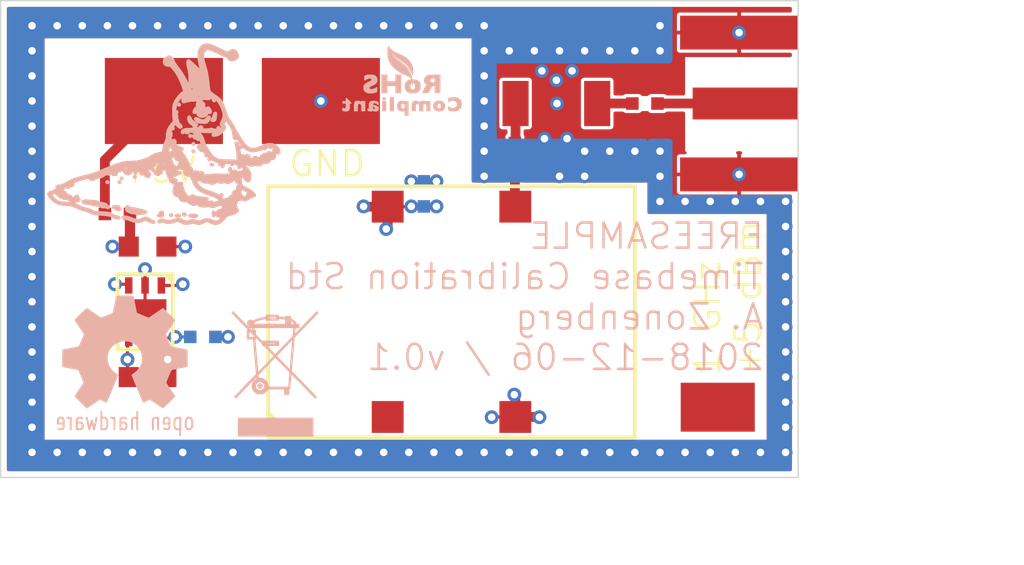
<source format=kicad_pcb>
(kicad_pcb (version 20171130) (host pcbnew "(6.0.0-rc1-dev-1178-g62e2fe8bb)")
  (layers (0 F.Cu signal) (1 In1.Cu signal) (2 In2.Cu signal) (31 B.Cu signal) (34 B.Paste user) (35 F.Paste user) (36 B.SilkS user) (37 F.SilkS user) (38 B.Mask user) (39 F.Mask user) (44 Edge.Cuts user))
  (net 0 "")
  (net 1 /GND)
  (net 2 /5V0)
  (net 3 "Net-(C2-Pad2)")
  (net 4 /3V3)
  (net 5 "Net-(C6-Pad2)")
  (net 6 /CLK_DC)
  (net 7 /CLK_AC)
  (net 8 /CLK_OUT)
  (net 9 /5V0_RAW)
  (module azonenberg_pcb:OSC_CRYSTEK_CCSO-914X3 (layer F.Cu) (at 45.2 31.9)
    (fp_text reference U2 hide)
    (fp_text value CCSO-914X3-1000)
    (pad 2 smd rect (at 2.54 4.19) (size 1.27 1.27) (layers F.Cu F.Paste F.Mask) (net 1 /GND))
    (pad 1 smd rect (at -2.54 4.19) (size 1.27 1.27) (layers F.Cu F.Paste F.Mask))
    (pad 3 smd rect (at 2.54 -4.19) (size 1.27 1.27) (layers F.Cu F.Paste F.Mask) (net 6 /CLK_DC))
    (pad 4 smd rect (at -2.54 -4.19) (size 1.27 1.27) (layers F.Cu F.Paste F.Mask) (net 4 /3V3))
  )
  (module azonenberg_pcb:DFN_6_0.65MM_2x2MM (layer F.Cu) (at 33 31.9 180)
    (fp_text reference U1 hide)
    (fp_text value MIC5305-3.3YML-TR hide)
    (pad PAD smd rect (at 0 0 180) (size 1.7 1) (layers F.Cu F.Paste F.Mask) (net 1 /GND))
    (pad 6 smd rect (at -0.65 -1.05 180) (size 0.3 0.65) (layers F.Cu F.Paste F.Mask) (net 3 "Net-(C2-Pad2)"))
    (pad 5 smd rect (at 0 -1.05 180) (size 0.3 0.65) (layers F.Cu F.Paste F.Mask))
    (pad 4 smd rect (at 0.65 -1.05 180) (size 0.3 0.65) (layers F.Cu F.Paste F.Mask) (net 4 /3V3))
    (pad 3 smd rect (at 0.65 1.05 180) (size 0.3 0.65) (layers F.Cu F.Paste F.Mask) (net 2 /5V0))
    (pad 2 smd rect (at 0 1.05 180) (size 0.3 0.65) (layers F.Cu F.Paste F.Mask) (net 1 /GND))
    (pad 1 smd rect (at -0.65 1.05 180) (size 0.3 0.65) (layers F.Cu F.Paste F.Mask) (net 2 /5V0))
  )
  (module azonenberg_pcb:FILTER_MINICIRCUITS_LFCN (layer F.Cu) (at 49.375 23.6)
    (fp_text reference FL1 hide)
    (fp_text value LFCN-1000 hide)
    (pad 4 smd rect (at 0 0.928) (size 0.61 1.245) (layers F.Cu F.Paste F.Mask) (net 1 /GND))
    (pad 2 smd rect (at 0 -0.928) (size 0.61 1.245) (layers F.Cu F.Paste F.Mask) (net 1 /GND))
    (pad 3 smd rect (at 1.625 0) (size 1.04 1.8) (layers F.Cu F.Paste F.Mask) (net 5 "Net-(C6-Pad2)"))
    (pad 1 smd rect (at -1.625 0) (size 1.04 1.8) (layers F.Cu F.Paste F.Mask) (net 7 /CLK_AC))
  )
  (module azonenberg_pcb:EIA_0402_CAP_NOSILK (layer F.Cu) (at 31.9 28 180)
    (fp_text reference L1 hide)
    (fp_text value "600R @ 100 MHz" hide)
    (pad 2 smd rect (at 0.5 0 180) (size 0.5 0.5) (layers F.Cu F.Paste F.Mask) (net 9 /5V0_RAW))
    (pad 1 smd rect (at -0.5 0 180) (size 0.5 0.5) (layers F.Cu F.Paste F.Mask) (net 2 /5V0))
  )
  (module azonenberg_pcb:TESTPOINT_SMT_KEYSTONE_5016 (layer F.Cu) (at 40 23.5)
    (fp_text reference J3 hide)
    (fp_text value CONN_01X01 hide)
    (pad 1 smd rect (at 0 0) (size 4.7 3.43) (layers F.Cu F.Paste F.Mask) (net 1 /GND))
  )
  (module azonenberg_pcb:CONN_SMA_EDGE_SAMTEC_SMA_J_P_H_ST_EM1 (layer F.Cu) (at 59 23.6 90)
    (fp_text reference J2 hide)
    (fp_text value SMA)
    (pad 2 smd rect (at -2.825 -2.35 90) (size 1.35 4.7) (layers F.Cu F.Paste F.Mask) (net 1 /GND))
    (pad 2 smd rect (at 2.825 -2.35 90) (size 1.35 4.7) (layers F.Cu F.Paste F.Mask) (net 1 /GND))
    (pad 1 smd rect (at 0 -2.1 90) (size 1.27 4.2) (layers F.Cu F.Paste F.Mask) (net 8 /CLK_OUT))
  )
  (module azonenberg_pcb:TESTPOINT_SMT_KEYSTONE_5016 (layer F.Cu) (at 33.75 23.5)
    (fp_text reference J1 hide)
    (fp_text value CONN_01X01 hide)
    (pad 1 smd rect (at 0 0) (size 4.7 3.43) (layers F.Cu F.Paste F.Mask) (net 9 /5V0_RAW))
  )
  (module azonenberg_pcb:EIA_0402_CAP_NOSILK (layer F.Cu) (at 52.9 23.6 180)
    (fp_text reference C6 hide)
    (fp_text value "1000 pF NP0" hide)
    (pad 2 smd rect (at 0.5 0 180) (size 0.5 0.5) (layers F.Cu F.Paste F.Mask) (net 5 "Net-(C6-Pad2)"))
    (pad 1 smd rect (at -0.5 0 180) (size 0.5 0.5) (layers F.Cu F.Paste F.Mask) (net 8 /CLK_OUT))
  )
  (module azonenberg_pcb:EIA_0402_CAP_NOSILK (layer F.Cu) (at 47.725 25.675 270)
    (fp_text reference C5 hide)
    (fp_text value "1000 pF NP0" hide)
    (pad 2 smd rect (at 0.5 0 270) (size 0.5 0.5) (layers F.Cu F.Paste F.Mask) (net 6 /CLK_DC))
    (pad 1 smd rect (at -0.5 0 270) (size 0.5 0.5) (layers F.Cu F.Paste F.Mask) (net 7 /CLK_AC))
  )
  (module azonenberg_pcb:EIA_0402_CAP_NOSILK (layer B.Cu) (at 44.1 27.2 90)
    (fp_text reference C4 hide)
    (fp_text value "0.47 uF" hide)
    (pad 2 smd rect (at 0.5 0 90) (size 0.5 0.5) (layers B.Cu B.Paste B.Mask) (net 1 /GND))
    (pad 1 smd rect (at -0.5 0 90) (size 0.5 0.5) (layers B.Cu B.Paste B.Mask) (net 4 /3V3))
  )
  (module azonenberg_pcb:EIA_0603_CAP_NOSILK (layer F.Cu) (at 33.1 34.5)
    (fp_text reference C3 hide)
    (fp_text value "4.7 uF" hide)
    (pad 2 smd rect (at 0.75 0) (size 0.8 0.8) (layers F.Cu F.Paste F.Mask) (net 1 /GND))
    (pad 1 smd rect (at -0.75 0) (size 0.8 0.8) (layers F.Cu F.Paste F.Mask) (net 4 /3V3))
  )
  (module azonenberg_pcb:EIA_0402_CAP_NOSILK (layer B.Cu) (at 35.3 32.9 180)
    (fp_text reference C2 hide)
    (fp_text value "0.1 uF" hide)
    (pad 2 smd rect (at 0.5 0 180) (size 0.5 0.5) (layers B.Cu B.Paste B.Mask) (net 3 "Net-(C2-Pad2)"))
    (pad 1 smd rect (at -0.5 0 180) (size 0.5 0.5) (layers B.Cu B.Paste B.Mask) (net 1 /GND))
  )
  (module azonenberg_pcb:EIA_0603_CAP_NOSILK (layer F.Cu) (at 33.1 29.3)
    (fp_text reference C1 hide)
    (fp_text value "4.7 uF" hide)
    (pad 2 smd rect (at 0.75 0) (size 0.8 0.8) (layers F.Cu F.Paste F.Mask) (net 1 /GND))
    (pad 1 smd rect (at -0.75 0) (size 0.8 0.8) (layers F.Cu F.Paste F.Mask) (net 2 /5V0))
  )
  (module azonenberg_pcb:LONGTHING-1200DPI (layer B.Cu) (at 33.2 25.2 180)
    (fp_text reference G*** hide)
    (fp_text value LOGO hide)
  )
  (module w_logo:Logo_silk_ROHS_5x2.8mm (layer B.Cu) (at 43.2 22.7 180)
    (fp_text reference G*** hide)
    (fp_text value LOGO hide)
  )
  (module w_logo:Logo_silk_WEEE_3.4x5mm (layer B.Cu) (at 38.2 34.4 180)
    (fp_text reference G*** hide)
    (fp_text value LOGO hide)
  )
  (module w_logo:Logo_silk_OSHW_6x6mm (layer B.Cu) (at 32.2 33.5 180)
    (fp_text reference G*** hide)
    (fp_text value LOGO hide)
  )
  (module azonenberg_pcb:SERIALNUM_MOLEX_0916580020 (layer F.Cu) (at 55.8 35.7)
    (fp_text reference REF** hide)
    (fp_text value SERIALNUM_MOLEX_0916580020)
    (pad 1 smd rect (at 0 0) (size 2.95 1.95) (layers F.Cu F.Paste F.Mask))
  )
  (gr_text "1 GHz\n+5 dBm" (at 56.2 34.5 90) (layer F.SilkS) (effects (font (size 1 1) (thickness 0.1)) (justify left)))
  (gr_text "FREESAMPLE\nTimebase Calibration Std\nA. Zonenberg\n2018-12-06 / v0.1" (at 57.7 31.3) (layer B.SilkS) (effects (font (size 1 1) (thickness 0.1)) (justify left mirror)))
  (gr_line (start 59 19.5) (end 27.25 19.5) (layer Edge.Cuts) (width 0.05))
  (gr_line (start 59 38.5) (end 59 19.5) (layer Edge.Cuts) (width 0.05))
  (gr_line (start 27.25 38.5) (end 59 38.5) (layer Edge.Cuts) (width 0.05))
  (gr_line (start 27.25 19.5) (end 27.25 38.5) (layer Edge.Cuts) (width 0.05))
  (gr_text +5V (at 33.5 26.25) (layer F.SilkS) (effects (font (size 1 1) (thickness 0.1))))
  (gr_text GND (at 40.25 26) (layer F.SilkS) (effects (font (size 1 1) (thickness 0.1))))
  (via (at 33 30.2) (size 0.55) (drill 0.3) (layers F.Cu B.Cu) (net 1))
  (segment (start 33 30.85) (end 33 30.2) (width 0.125) (layer F.Cu) (net 1))
  (via (at 34.6 29.3) (size 0.55) (drill 0.3) (layers F.Cu B.Cu) (net 1))
  (segment (start 34.6 29.3) (end 33.85 29.3) (width 0.125) (layer F.Cu) (net 1))
  (segment (start 33 30.85) (end 33 31.9) (width 0.125) (layer F.Cu) (net 1))
  (via (at 36.3 32.9) (size 0.55) (drill 0.3) (layers F.Cu B.Cu) (net 1))
  (segment (start 35.8 32.9) (end 36.3 32.9) (width 0.125) (layer B.Cu) (net 1))
  (via (at 46.8 36.1) (size 0.55) (drill 0.3) (layers F.Cu B.Cu) (net 1))
  (segment (start 46.81 36.09) (end 46.8 36.1) (width 0.125) (layer F.Cu) (net 1))
  (segment (start 47.74 36.09) (end 46.81 36.09) (width 0.125) (layer F.Cu) (net 1))
  (via (at 33.9 33.8) (size 0.55) (drill 0.3) (layers F.Cu B.Cu) (net 1))
  (segment (start 33.85 33.85) (end 33.9 33.8) (width 0.125) (layer F.Cu) (net 1))
  (segment (start 33.85 34.5) (end 33.85 33.85) (width 0.125) (layer F.Cu) (net 1))
  (via (at 46.5 20.5) (size 0.55) (drill 0.3) (layers F.Cu B.Cu) (net 1))
  (via (at 45.5 20.5) (size 0.55) (drill 0.3) (layers F.Cu B.Cu) (net 1))
  (segment (start 46.5 20.5) (end 45.5 20.5) (width 0.41) (layer B.Cu) (net 1))
  (via (at 44.5 20.5) (size 0.55) (drill 0.3) (layers F.Cu B.Cu) (net 1))
  (segment (start 45.5 20.5) (end 44.5 20.5) (width 0.41) (layer F.Cu) (net 1))
  (via (at 43.5 20.5) (size 0.55) (drill 0.3) (layers F.Cu B.Cu) (net 1))
  (segment (start 44.5 20.5) (end 43.5 20.5) (width 0.41) (layer B.Cu) (net 1))
  (via (at 42.5 20.5) (size 0.55) (drill 0.3) (layers F.Cu B.Cu) (net 1))
  (segment (start 43.5 20.5) (end 42.5 20.5) (width 0.41) (layer F.Cu) (net 1))
  (via (at 41.5 20.5) (size 0.55) (drill 0.3) (layers F.Cu B.Cu) (net 1))
  (segment (start 42.5 20.5) (end 41.5 20.5) (width 0.41) (layer B.Cu) (net 1))
  (via (at 40.5 20.5) (size 0.55) (drill 0.3) (layers F.Cu B.Cu) (net 1))
  (segment (start 41.5 20.5) (end 40.5 20.5) (width 0.41) (layer F.Cu) (net 1))
  (via (at 39.5 20.5) (size 0.55) (drill 0.3) (layers F.Cu B.Cu) (net 1))
  (segment (start 40.5 20.5) (end 39.5 20.5) (width 0.41) (layer B.Cu) (net 1))
  (via (at 38.5 20.5) (size 0.55) (drill 0.3) (layers F.Cu B.Cu) (net 1))
  (segment (start 39.5 20.5) (end 38.5 20.5) (width 0.41) (layer F.Cu) (net 1))
  (via (at 37.5 20.5) (size 0.55) (drill 0.3) (layers F.Cu B.Cu) (net 1))
  (segment (start 38.5 20.5) (end 37.5 20.5) (width 0.41) (layer B.Cu) (net 1))
  (via (at 36.5 20.5) (size 0.55) (drill 0.3) (layers F.Cu B.Cu) (net 1))
  (segment (start 37.5 20.5) (end 36.5 20.5) (width 0.41) (layer F.Cu) (net 1))
  (via (at 35.5 20.5) (size 0.55) (drill 0.3) (layers F.Cu B.Cu) (net 1))
  (segment (start 36.5 20.5) (end 35.5 20.5) (width 0.41) (layer B.Cu) (net 1))
  (via (at 34.5 20.5) (size 0.55) (drill 0.3) (layers F.Cu B.Cu) (net 1))
  (segment (start 35.5 20.5) (end 34.5 20.5) (width 0.41) (layer F.Cu) (net 1))
  (via (at 33.5 20.5) (size 0.55) (drill 0.3) (layers F.Cu B.Cu) (net 1))
  (segment (start 34.5 20.5) (end 33.5 20.5) (width 0.41) (layer B.Cu) (net 1))
  (via (at 32.5 20.5) (size 0.55) (drill 0.3) (layers F.Cu B.Cu) (net 1))
  (segment (start 33.5 20.5) (end 32.5 20.5) (width 0.41) (layer F.Cu) (net 1))
  (via (at 31.5 20.5) (size 0.55) (drill 0.3) (layers F.Cu B.Cu) (net 1))
  (segment (start 32.5 20.5) (end 31.5 20.5) (width 0.41) (layer B.Cu) (net 1))
  (via (at 30.5 20.5) (size 0.55) (drill 0.3) (layers F.Cu B.Cu) (net 1))
  (segment (start 31.5 20.5) (end 30.5 20.5) (width 0.41) (layer F.Cu) (net 1))
  (via (at 29.5 20.5) (size 0.55) (drill 0.3) (layers F.Cu B.Cu) (net 1))
  (segment (start 30.5 20.5) (end 29.5 20.5) (width 0.41) (layer B.Cu) (net 1))
  (via (at 28.5 20.5) (size 0.55) (drill 0.3) (layers F.Cu B.Cu) (net 1))
  (segment (start 29.5 20.5) (end 28.5 20.5) (width 0.41) (layer F.Cu) (net 1))
  (via (at 28.5 21.5) (size 0.55) (drill 0.3) (layers F.Cu B.Cu) (net 1))
  (segment (start 28.5 20.5) (end 28.5 21.5) (width 0.41) (layer B.Cu) (net 1))
  (via (at 28.5 22.5) (size 0.55) (drill 0.3) (layers F.Cu B.Cu) (net 1))
  (segment (start 28.5 21.5) (end 28.5 22.5) (width 0.41) (layer F.Cu) (net 1))
  (via (at 28.5 23.5) (size 0.55) (drill 0.3) (layers F.Cu B.Cu) (net 1))
  (segment (start 28.5 22.5) (end 28.5 23.5) (width 0.41) (layer B.Cu) (net 1))
  (via (at 28.5 24.5) (size 0.55) (drill 0.3) (layers F.Cu B.Cu) (net 1))
  (segment (start 28.5 23.5) (end 28.5 24.5) (width 0.41) (layer F.Cu) (net 1))
  (via (at 28.5 25.5) (size 0.55) (drill 0.3) (layers F.Cu B.Cu) (net 1))
  (segment (start 28.5 24.5) (end 28.5 25.5) (width 0.41) (layer B.Cu) (net 1))
  (via (at 28.5 26.5) (size 0.55) (drill 0.3) (layers F.Cu B.Cu) (net 1))
  (segment (start 28.5 25.5) (end 28.5 26.5) (width 0.41) (layer F.Cu) (net 1))
  (via (at 28.5 27.5) (size 0.55) (drill 0.3) (layers F.Cu B.Cu) (net 1))
  (segment (start 28.5 26.5) (end 28.5 27.5) (width 0.41) (layer B.Cu) (net 1))
  (via (at 28.5 28.5) (size 0.55) (drill 0.3) (layers F.Cu B.Cu) (net 1))
  (segment (start 28.5 27.5) (end 28.5 28.5) (width 0.41) (layer F.Cu) (net 1))
  (via (at 28.5 29.5) (size 0.55) (drill 0.3) (layers F.Cu B.Cu) (net 1))
  (segment (start 28.5 28.5) (end 28.5 29.5) (width 0.41) (layer B.Cu) (net 1))
  (via (at 28.5 30.5) (size 0.55) (drill 0.3) (layers F.Cu B.Cu) (net 1))
  (segment (start 28.5 29.5) (end 28.5 30.5) (width 0.41) (layer F.Cu) (net 1))
  (via (at 28.5 31.5) (size 0.55) (drill 0.3) (layers F.Cu B.Cu) (net 1))
  (segment (start 28.5 30.5) (end 28.5 31.5) (width 0.41) (layer B.Cu) (net 1))
  (via (at 28.5 32.5) (size 0.55) (drill 0.3) (layers F.Cu B.Cu) (net 1))
  (segment (start 28.5 31.5) (end 28.5 32.5) (width 0.41) (layer F.Cu) (net 1))
  (via (at 28.5 33.5) (size 0.55) (drill 0.3) (layers F.Cu B.Cu) (net 1))
  (segment (start 28.5 32.5) (end 28.5 33.5) (width 0.41) (layer B.Cu) (net 1))
  (via (at 28.5 34.5) (size 0.55) (drill 0.3) (layers F.Cu B.Cu) (net 1))
  (segment (start 28.5 33.5) (end 28.5 34.5) (width 0.41) (layer F.Cu) (net 1))
  (via (at 28.5 35.5) (size 0.55) (drill 0.3) (layers F.Cu B.Cu) (net 1))
  (segment (start 28.5 34.5) (end 28.5 35.5) (width 0.41) (layer B.Cu) (net 1))
  (via (at 28.5 36.5) (size 0.55) (drill 0.3) (layers F.Cu B.Cu) (net 1))
  (segment (start 28.5 35.5) (end 28.5 36.5) (width 0.41) (layer F.Cu) (net 1))
  (via (at 28.5 37.5) (size 0.55) (drill 0.3) (layers F.Cu B.Cu) (net 1))
  (segment (start 28.5 36.5) (end 28.5 37.5) (width 0.41) (layer B.Cu) (net 1))
  (via (at 29.5 37.5) (size 0.55) (drill 0.3) (layers F.Cu B.Cu) (net 1))
  (segment (start 28.5 37.5) (end 29.5 37.5) (width 0.41) (layer F.Cu) (net 1))
  (via (at 30.5 37.5) (size 0.55) (drill 0.3) (layers F.Cu B.Cu) (net 1))
  (segment (start 29.5 37.5) (end 30.5 37.5) (width 0.41) (layer B.Cu) (net 1))
  (via (at 31.5 37.5) (size 0.55) (drill 0.3) (layers F.Cu B.Cu) (net 1))
  (segment (start 30.5 37.5) (end 31.5 37.5) (width 0.41) (layer F.Cu) (net 1))
  (via (at 32.5 37.5) (size 0.55) (drill 0.3) (layers F.Cu B.Cu) (net 1))
  (segment (start 31.5 37.5) (end 32.5 37.5) (width 0.41) (layer B.Cu) (net 1))
  (via (at 33.5 37.5) (size 0.55) (drill 0.3) (layers F.Cu B.Cu) (net 1))
  (segment (start 32.5 37.5) (end 33.5 37.5) (width 0.41) (layer F.Cu) (net 1))
  (via (at 34.5 37.5) (size 0.55) (drill 0.3) (layers F.Cu B.Cu) (net 1))
  (segment (start 33.5 37.5) (end 34.5 37.5) (width 0.41) (layer B.Cu) (net 1))
  (via (at 35.5 37.5) (size 0.55) (drill 0.3) (layers F.Cu B.Cu) (net 1))
  (segment (start 34.5 37.5) (end 35.5 37.5) (width 0.41) (layer F.Cu) (net 1))
  (via (at 36.5 37.5) (size 0.55) (drill 0.3) (layers F.Cu B.Cu) (net 1))
  (segment (start 35.5 37.5) (end 36.5 37.5) (width 0.41) (layer B.Cu) (net 1))
  (via (at 37.5 37.5) (size 0.55) (drill 0.3) (layers F.Cu B.Cu) (net 1))
  (segment (start 36.5 37.5) (end 37.5 37.5) (width 0.41) (layer F.Cu) (net 1))
  (via (at 38.5 37.5) (size 0.55) (drill 0.3) (layers F.Cu B.Cu) (net 1))
  (segment (start 37.5 37.5) (end 38.5 37.5) (width 0.41) (layer B.Cu) (net 1))
  (via (at 39.5 37.5) (size 0.55) (drill 0.3) (layers F.Cu B.Cu) (net 1))
  (segment (start 38.5 37.5) (end 39.5 37.5) (width 0.41) (layer F.Cu) (net 1))
  (via (at 40.5 37.5) (size 0.55) (drill 0.3) (layers F.Cu B.Cu) (net 1))
  (segment (start 39.5 37.5) (end 40.5 37.5) (width 0.41) (layer B.Cu) (net 1))
  (via (at 41.5 37.5) (size 0.55) (drill 0.3) (layers F.Cu B.Cu) (net 1))
  (segment (start 40.5 37.5) (end 41.5 37.5) (width 0.41) (layer F.Cu) (net 1))
  (via (at 42.5 37.5) (size 0.55) (drill 0.3) (layers F.Cu B.Cu) (net 1))
  (segment (start 41.5 37.5) (end 42.5 37.5) (width 0.41) (layer B.Cu) (net 1))
  (via (at 43.5 37.5) (size 0.55) (drill 0.3) (layers F.Cu B.Cu) (net 1))
  (segment (start 42.5 37.5) (end 43.5 37.5) (width 0.41) (layer F.Cu) (net 1))
  (via (at 44.5 37.5) (size 0.55) (drill 0.3) (layers F.Cu B.Cu) (net 1))
  (segment (start 43.5 37.5) (end 44.5 37.5) (width 0.41) (layer B.Cu) (net 1))
  (via (at 45.5 37.5) (size 0.55) (drill 0.3) (layers F.Cu B.Cu) (net 1))
  (segment (start 44.5 37.5) (end 45.5 37.5) (width 0.41) (layer F.Cu) (net 1))
  (via (at 46.5 37.5) (size 0.55) (drill 0.3) (layers F.Cu B.Cu) (net 1))
  (segment (start 45.5 37.5) (end 46.5 37.5) (width 0.41) (layer B.Cu) (net 1))
  (via (at 47.5 37.5) (size 0.55) (drill 0.3) (layers F.Cu B.Cu) (net 1))
  (segment (start 46.5 37.5) (end 47.5 37.5) (width 0.41) (layer F.Cu) (net 1))
  (via (at 48.5 37.5) (size 0.55) (drill 0.3) (layers F.Cu B.Cu) (net 1))
  (segment (start 47.5 37.5) (end 48.5 37.5) (width 0.41) (layer B.Cu) (net 1))
  (via (at 49.5 37.5) (size 0.55) (drill 0.3) (layers F.Cu B.Cu) (net 1))
  (segment (start 48.5 37.5) (end 49.5 37.5) (width 0.41) (layer F.Cu) (net 1))
  (via (at 50.5 37.5) (size 0.55) (drill 0.3) (layers F.Cu B.Cu) (net 1))
  (segment (start 49.5 37.5) (end 50.5 37.5) (width 0.41) (layer B.Cu) (net 1))
  (via (at 51.5 37.5) (size 0.55) (drill 0.3) (layers F.Cu B.Cu) (net 1))
  (segment (start 50.5 37.5) (end 51.5 37.5) (width 0.41) (layer F.Cu) (net 1))
  (via (at 52.5 37.5) (size 0.55) (drill 0.3) (layers F.Cu B.Cu) (net 1))
  (segment (start 51.5 37.5) (end 52.5 37.5) (width 0.41) (layer B.Cu) (net 1))
  (via (at 53.5 37.5) (size 0.55) (drill 0.3) (layers F.Cu B.Cu) (net 1))
  (segment (start 52.5 37.5) (end 53.5 37.5) (width 0.41) (layer F.Cu) (net 1))
  (via (at 54.5 37.5) (size 0.55) (drill 0.3) (layers F.Cu B.Cu) (net 1))
  (segment (start 53.5 37.5) (end 54.5 37.5) (width 0.41) (layer B.Cu) (net 1))
  (via (at 55.5 37.5) (size 0.55) (drill 0.3) (layers F.Cu B.Cu) (net 1))
  (segment (start 54.5 37.5) (end 55.5 37.5) (width 0.41) (layer F.Cu) (net 1))
  (via (at 56.5 37.5) (size 0.55) (drill 0.3) (layers F.Cu B.Cu) (net 1))
  (segment (start 55.5 37.5) (end 56.5 37.5) (width 0.41) (layer B.Cu) (net 1))
  (via (at 57.5 37.5) (size 0.55) (drill 0.3) (layers F.Cu B.Cu) (net 1))
  (segment (start 56.5 37.5) (end 57.5 37.5) (width 0.41) (layer F.Cu) (net 1))
  (via (at 58.5 37.5) (size 0.55) (drill 0.3) (layers F.Cu B.Cu) (net 1))
  (segment (start 57.5 37.5) (end 58.5 37.5) (width 0.41) (layer B.Cu) (net 1))
  (via (at 58.5 36.5) (size 0.55) (drill 0.3) (layers F.Cu B.Cu) (net 1))
  (segment (start 58.5 37.5) (end 58.5 36.5) (width 0.41) (layer F.Cu) (net 1))
  (via (at 58.5 35.5) (size 0.55) (drill 0.3) (layers F.Cu B.Cu) (net 1))
  (segment (start 58.5 36.5) (end 58.5 35.5) (width 0.41) (layer B.Cu) (net 1))
  (via (at 58.5 34.5) (size 0.55) (drill 0.3) (layers F.Cu B.Cu) (net 1))
  (segment (start 58.5 35.5) (end 58.5 34.5) (width 0.41) (layer F.Cu) (net 1))
  (via (at 58.5 33.5) (size 0.55) (drill 0.3) (layers F.Cu B.Cu) (net 1))
  (segment (start 58.5 34.5) (end 58.5 33.5) (width 0.41) (layer B.Cu) (net 1))
  (via (at 58.5 32.5) (size 0.55) (drill 0.3) (layers F.Cu B.Cu) (net 1))
  (segment (start 58.5 33.5) (end 58.5 32.5) (width 0.41) (layer F.Cu) (net 1))
  (via (at 58.5 31.5) (size 0.55) (drill 0.3) (layers F.Cu B.Cu) (net 1))
  (segment (start 58.5 32.5) (end 58.5 31.5) (width 0.41) (layer B.Cu) (net 1))
  (via (at 58.5 30.5) (size 0.55) (drill 0.3) (layers F.Cu B.Cu) (net 1))
  (segment (start 58.5 31.5) (end 58.5 30.5) (width 0.41) (layer F.Cu) (net 1))
  (via (at 58.5 29.5) (size 0.55) (drill 0.3) (layers F.Cu B.Cu) (net 1))
  (segment (start 58.5 30.5) (end 58.5 29.5) (width 0.41) (layer B.Cu) (net 1))
  (via (at 58.5 28.5) (size 0.55) (drill 0.3) (layers F.Cu B.Cu) (net 1))
  (segment (start 58.5 29.5) (end 58.5 28.5) (width 0.41) (layer F.Cu) (net 1))
  (via (at 58.5 27.5) (size 0.55) (drill 0.3) (layers F.Cu B.Cu) (net 1))
  (segment (start 58.5 28.5) (end 58.5 27.5) (width 0.41) (layer B.Cu) (net 1))
  (via (at 57.5 27.5) (size 0.55) (drill 0.3) (layers F.Cu B.Cu) (net 1))
  (segment (start 58.5 27.5) (end 57.5 27.5) (width 0.41) (layer F.Cu) (net 1))
  (via (at 56.5 27.5) (size 0.55) (drill 0.3) (layers F.Cu B.Cu) (net 1))
  (segment (start 57.5 27.5) (end 56.5 27.5) (width 0.41) (layer B.Cu) (net 1))
  (via (at 55.5 27.5) (size 0.55) (drill 0.3) (layers F.Cu B.Cu) (net 1))
  (segment (start 56.5 27.5) (end 55.5 27.5) (width 0.41) (layer F.Cu) (net 1))
  (via (at 54.5 27.5) (size 0.55) (drill 0.3) (layers F.Cu B.Cu) (net 1))
  (segment (start 55.5 27.5) (end 54.5 27.5) (width 0.41) (layer B.Cu) (net 1))
  (via (at 53.5 27.5) (size 0.55) (drill 0.3) (layers F.Cu B.Cu) (net 1))
  (segment (start 54.5 27.5) (end 53.5 27.5) (width 0.41) (layer F.Cu) (net 1))
  (via (at 53.5 26.5) (size 0.55) (drill 0.3) (layers F.Cu B.Cu) (net 1))
  (segment (start 53.5 27.5) (end 53.5 26.5) (width 0.41) (layer B.Cu) (net 1))
  (via (at 53.5 25.5) (size 0.55) (drill 0.3) (layers F.Cu B.Cu) (net 1))
  (segment (start 53.5 26.5) (end 53.5 25.5) (width 0.41) (layer F.Cu) (net 1))
  (via (at 52.5 25.5) (size 0.55) (drill 0.3) (layers F.Cu B.Cu) (net 1))
  (segment (start 53.5 25.5) (end 52.5 25.5) (width 0.41) (layer B.Cu) (net 1))
  (via (at 51.5 25.5) (size 0.55) (drill 0.3) (layers F.Cu B.Cu) (net 1))
  (segment (start 52.5 25.5) (end 51.5 25.5) (width 0.41) (layer F.Cu) (net 1))
  (via (at 50.5 25.5) (size 0.55) (drill 0.3) (layers F.Cu B.Cu) (net 1))
  (segment (start 51.5 25.5) (end 50.5 25.5) (width 0.41) (layer B.Cu) (net 1))
  (via (at 49.5 21.5) (size 0.55) (drill 0.3) (layers F.Cu B.Cu) (net 1))
  (via (at 48.5 21.5) (size 0.55) (drill 0.3) (layers F.Cu B.Cu) (net 1))
  (segment (start 49.5 21.5) (end 48.5 21.5) (width 0.41) (layer F.Cu) (net 1))
  (via (at 47.5 21.5) (size 0.55) (drill 0.3) (layers F.Cu B.Cu) (net 1))
  (segment (start 48.5 21.5) (end 47.5 21.5) (width 0.41) (layer B.Cu) (net 1))
  (via (at 46.5 21.5) (size 0.55) (drill 0.3) (layers F.Cu B.Cu) (net 1))
  (segment (start 47.5 21.5) (end 46.5 21.5) (width 0.41) (layer F.Cu) (net 1))
  (via (at 46.5 22.5) (size 0.55) (drill 0.3) (layers F.Cu B.Cu) (net 1))
  (segment (start 46.5 21.5) (end 46.5 22.5) (width 0.41) (layer B.Cu) (net 1))
  (via (at 46.5 23.5) (size 0.55) (drill 0.3) (layers F.Cu B.Cu) (net 1))
  (segment (start 46.5 22.5) (end 46.5 23.5) (width 0.41) (layer F.Cu) (net 1))
  (via (at 46.5 24.5) (size 0.55) (drill 0.3) (layers F.Cu B.Cu) (net 1))
  (segment (start 46.5 23.5) (end 46.5 24.5) (width 0.41) (layer B.Cu) (net 1))
  (via (at 46.5 25.5) (size 0.55) (drill 0.3) (layers F.Cu B.Cu) (net 1))
  (segment (start 46.5 24.5) (end 46.5 25.5) (width 0.41) (layer F.Cu) (net 1))
  (via (at 46.5 26.5) (size 0.55) (drill 0.3) (layers F.Cu B.Cu) (net 1))
  (segment (start 46.5 25.5) (end 46.5 26.5) (width 0.41) (layer B.Cu) (net 1))
  (via (at 50.5 26.5) (size 0.55) (drill 0.3) (layers F.Cu B.Cu) (net 1))
  (segment (start 50.5 25.5) (end 50.5 26.5) (width 0.41) (layer F.Cu) (net 1))
  (via (at 49.5 26.5) (size 0.55) (drill 0.3) (layers F.Cu B.Cu) (net 1))
  (segment (start 50.5 26.5) (end 49.5 26.5) (width 0.41) (layer B.Cu) (net 1))
  (via (at 48.8 22.3) (size 0.55) (drill 0.3) (layers F.Cu B.Cu) (net 1))
  (via (at 50 22.3) (size 0.55) (drill 0.3) (layers F.Cu B.Cu) (net 1))
  (segment (start 49.628 22.672) (end 50 22.3) (width 0.41) (layer F.Cu) (net 1))
  (segment (start 49.375 22.672) (end 49.628 22.672) (width 0.41) (layer F.Cu) (net 1))
  (via (at 49.375 22.672) (size 0.55) (drill 0.3) (layers F.Cu B.Cu) (net 1))
  (via (at 49.4 23.6) (size 0.55) (drill 0.3) (layers F.Cu B.Cu) (net 1))
  (segment (start 49.4 24.503) (end 49.375 24.528) (width 0.41) (layer F.Cu) (net 1))
  (segment (start 49.4 23.6) (end 49.4 24.503) (width 0.41) (layer F.Cu) (net 1))
  (via (at 48.9 25) (size 0.55) (drill 0.3) (layers F.Cu B.Cu) (net 1))
  (via (at 49.8 25) (size 0.55) (drill 0.3) (layers F.Cu B.Cu) (net 1))
  (segment (start 49.375 24.575) (end 49.8 25) (width 0.41) (layer F.Cu) (net 1))
  (segment (start 49.375 24.528) (end 49.375 24.575) (width 0.41) (layer F.Cu) (net 1))
  (segment (start 49.375 23.575) (end 49.4 23.6) (width 0.41) (layer F.Cu) (net 1))
  (segment (start 49.375 22.672) (end 49.375 23.575) (width 0.41) (layer F.Cu) (net 1))
  (segment (start 46.5 21.5) (end 46.5 20.5) (width 0.41) (layer F.Cu) (net 1))
  (via (at 53.5 21.5) (size 0.55) (drill 0.3) (layers F.Cu B.Cu) (net 1))
  (segment (start 50.5 21.5) (end 49.5 21.5) (width 0.41) (layer B.Cu) (net 1))
  (via (at 50.5 21.5) (size 0.55) (drill 0.3) (layers F.Cu B.Cu) (net 1))
  (via (at 53.5 20.5) (size 0.55) (drill 0.3) (layers F.Cu B.Cu) (net 1))
  (segment (start 53.5 21.5) (end 53.5 20.5) (width 0.41) (layer F.Cu) (net 1))
  (via (at 56.65 20.775) (size 0.55) (drill 0.3) (layers F.Cu B.Cu) (net 1))
  (via (at 56.65 26.425) (size 0.55) (drill 0.3) (layers F.Cu B.Cu) (net 1))
  (via (at 48.7 36.1) (size 0.55) (drill 0.3) (layers F.Cu B.Cu) (net 1))
  (segment (start 48.69 36.09) (end 48.7 36.1) (width 0.39) (layer F.Cu) (net 1))
  (segment (start 47.74 36.09) (end 48.69 36.09) (width 0.39) (layer F.Cu) (net 1))
  (via (at 47.7 35.2) (size 0.55) (drill 0.3) (layers F.Cu B.Cu) (net 1))
  (segment (start 47.74 35.24) (end 47.7 35.2) (width 0.39) (layer F.Cu) (net 1))
  (segment (start 47.74 36.09) (end 47.74 35.24) (width 0.39) (layer F.Cu) (net 1))
  (via (at 51.5 21.5) (size 0.55) (drill 0.3) (layers F.Cu B.Cu) (net 1))
  (segment (start 50.5 21.5) (end 51.5 21.5) (width 0.125) (layer B.Cu) (net 1))
  (via (at 52.5 21.5) (size 0.55) (drill 0.3) (layers F.Cu B.Cu) (net 1))
  (segment (start 51.5 21.5) (end 52.5 21.5) (width 0.125) (layer F.Cu) (net 1))
  (segment (start 52.5 21.5) (end 53.5 21.5) (width 0.125) (layer B.Cu) (net 1))
  (via (at 43.6 26.7) (size 0.55) (drill 0.3) (layers F.Cu B.Cu) (net 1))
  (segment (start 44.1 26.7) (end 43.6 26.7) (width 0.125) (layer B.Cu) (net 1))
  (via (at 44.6 26.7) (size 0.55) (drill 0.3) (layers F.Cu B.Cu) (net 1))
  (segment (start 44.6 26.7) (end 44.1 26.7) (width 0.125) (layer B.Cu) (net 1))
  (via (at 40 23.5) (size 0.55) (drill 0.3) (layers F.Cu B.Cu) (net 1))
  (segment (start 32.4 29.25) (end 32.35 29.3) (width 0.41) (layer F.Cu) (net 2))
  (segment (start 32.4 28) (end 32.4 29.25) (width 0.41) (layer F.Cu) (net 2))
  (via (at 31.7 29.3) (size 0.55) (drill 0.3) (layers F.Cu B.Cu) (net 2))
  (segment (start 32.35 29.3) (end 31.7 29.3) (width 0.125) (layer F.Cu) (net 2))
  (via (at 31.8 30.8) (size 0.55) (drill 0.3) (layers F.Cu B.Cu) (net 2))
  (segment (start 32.3 30.8) (end 32.35 30.85) (width 0.125) (layer F.Cu) (net 2))
  (segment (start 31.8 30.8) (end 32.3 30.8) (width 0.125) (layer F.Cu) (net 2))
  (via (at 34.5 30.8) (size 0.55) (drill 0.3) (layers F.Cu B.Cu) (net 2))
  (segment (start 34.45 30.85) (end 34.5 30.8) (width 0.125) (layer F.Cu) (net 2))
  (segment (start 33.65 30.85) (end 34.45 30.85) (width 0.125) (layer F.Cu) (net 2))
  (via (at 34.2 32.9) (size 0.55) (drill 0.3) (layers F.Cu B.Cu) (net 3))
  (segment (start 34.15 32.95) (end 34.2 32.9) (width 0.125) (layer F.Cu) (net 3))
  (segment (start 33.65 32.95) (end 34.15 32.95) (width 0.125) (layer F.Cu) (net 3))
  (segment (start 34.8 32.9) (end 34.2 32.9) (width 0.125) (layer B.Cu) (net 3))
  (via (at 43.6 27.7) (size 0.55) (drill 0.3) (layers F.Cu B.Cu) (net 4))
  (segment (start 43.59 27.71) (end 43.6 27.7) (width 0.125) (layer F.Cu) (net 4))
  (segment (start 42.66 27.71) (end 43.59 27.71) (width 0.125) (layer F.Cu) (net 4))
  (segment (start 43.6 27.7) (end 44 27.7) (width 0.125) (layer B.Cu) (net 4))
  (via (at 32.3 33.8) (size 0.55) (drill 0.3) (layers F.Cu B.Cu) (net 4))
  (segment (start 32.3 33) (end 32.35 32.95) (width 0.125) (layer F.Cu) (net 4))
  (segment (start 32.3 33.8) (end 32.3 33) (width 0.125) (layer F.Cu) (net 4))
  (segment (start 32.3 34.45) (end 32.35 34.5) (width 0.125) (layer F.Cu) (net 4))
  (segment (start 32.3 33.8) (end 32.3 34.45) (width 0.125) (layer F.Cu) (net 4))
  (via (at 41.7 27.7) (size 0.55) (drill 0.3) (layers F.Cu B.Cu) (net 4))
  (segment (start 41.71 27.71) (end 41.7 27.7) (width 0.39) (layer F.Cu) (net 4))
  (segment (start 42.66 27.71) (end 41.71 27.71) (width 0.39) (layer F.Cu) (net 4))
  (via (at 42.6 28.6) (size 0.55) (drill 0.3) (layers F.Cu B.Cu) (net 4))
  (segment (start 42.66 28.54) (end 42.6 28.6) (width 0.39) (layer F.Cu) (net 4))
  (segment (start 42.66 27.71) (end 42.66 28.54) (width 0.39) (layer F.Cu) (net 4))
  (segment (start 44.1 27.7) (end 43.6 27.7) (width 0.125) (layer B.Cu) (net 4))
  (via (at 44.6 27.7) (size 0.55) (drill 0.3) (layers F.Cu B.Cu) (net 4))
  (segment (start 44.1 27.7) (end 44.6 27.7) (width 0.125) (layer B.Cu) (net 4))
  (segment (start 51 23.6) (end 52.4 23.6) (width 0.39) (layer F.Cu) (net 5))
  (segment (start 47.725 27.695) (end 47.74 27.71) (width 0.39) (layer F.Cu) (net 6))
  (segment (start 47.725 26.175) (end 47.725 27.695) (width 0.39) (layer F.Cu) (net 6))
  (segment (start 47.75 25.15) (end 47.725 25.175) (width 0.39) (layer F.Cu) (net 7))
  (segment (start 47.75 23.6) (end 47.75 25.15) (width 0.39) (layer F.Cu) (net 7))
  (segment (start 53.4 23.6) (end 56.9 23.6) (width 0.39) (layer F.Cu) (net 8))
  (segment (start 31.4 25.85) (end 33.75 23.5) (width 0.39) (layer F.Cu) (net 9))
  (segment (start 31.4 28) (end 31.4 25.85) (width 0.39) (layer F.Cu) (net 9))
  (zone (net 1) (net_name /GND) (layer B.Cu) (connect_pads (clearance 0.125)) (min_thickness 0.254) (fill yes (arc_segments 16) (thermal_gap 0.508) (thermal_bridge_width 0.508))
    (polygon (pts (xy 27.5 19.75) (xy 27.5 38.25) (xy 58.75 38.25) (xy 58.75 27.25) (xy 54 27.25) (xy 54 25) (xy 53 25) (xy 53 28) (xy 57.75 28) (xy 57.75 37) (xy 29 37) (xy 29 21) (xy 46 21) (xy 46 26.75) (xy 53 26.75) (xy 53 25) (xy 47 25) (xy 47 22) (xy 50.5 22) (xy 53.5 22) (xy 54 22) (xy 54 19.75)))
  )
  (zone (net 1) (net_name /GND) (layer F.Cu) (connect_pads (clearance 0.125)) (min_thickness 0.125) (fill yes (arc_segments 16) (thermal_gap 0.125) (thermal_bridge_width 0.15))
    (polygon (pts (xy 58.75 21.75) (xy 54.5 21.75) (xy 54.5 25.5) (xy 58.75 25.5) (xy 58.75 38.25) (xy 27.5 38.25) (xy 27.5 19.75) (xy 58.75 19.75)))
    (polygon (pts (xy 29 21) (xy 29 37) (xy 57.75 37) (xy 57.75 28) (xy 53 28) (xy 53 26.75) (xy 46 26.75) (xy 46 21)))
    (polygon (pts (xy 47.45 24.9) (xy 47.45 26.45) (xy 48 26.45) (xy 48 24.9)))
    (polygon (pts (xy 52.1 23.3) (xy 52.1 23.9) (xy 53.7 23.9) (xy 53.7 23.3)))
  )
)
</source>
